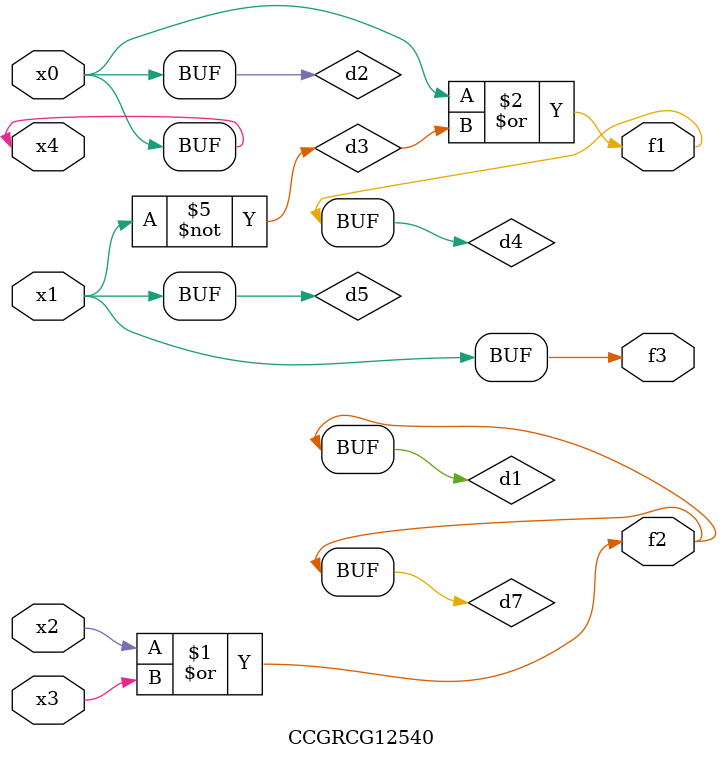
<source format=v>
module CCGRCG12540(
	input x0, x1, x2, x3, x4,
	output f1, f2, f3
);

	wire d1, d2, d3, d4, d5, d6, d7;

	or (d1, x2, x3);
	buf (d2, x0, x4);
	not (d3, x1);
	or (d4, d2, d3);
	not (d5, d3);
	nand (d6, d1, d3);
	or (d7, d1);
	assign f1 = d4;
	assign f2 = d7;
	assign f3 = d5;
endmodule

</source>
